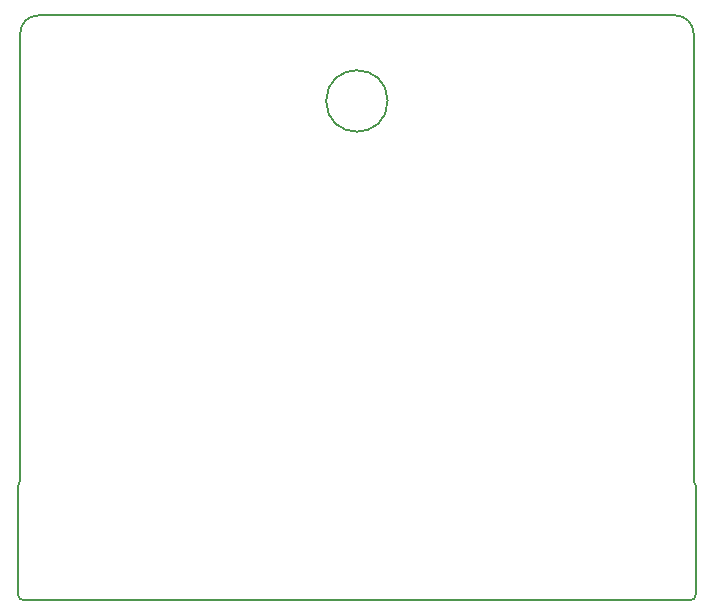
<source format=gm1>
G04 #@! TF.GenerationSoftware,KiCad,Pcbnew,(5.1.5-0-10_14)*
G04 #@! TF.CreationDate,2020-07-05T22:40:17-04:00*
G04 #@! TF.ProjectId,C64RAM,43363452-414d-42e6-9b69-6361645f7063,rev?*
G04 #@! TF.SameCoordinates,Original*
G04 #@! TF.FileFunction,Profile,NP*
%FSLAX46Y46*%
G04 Gerber Fmt 4.6, Leading zero omitted, Abs format (unit mm)*
G04 Created by KiCad (PCBNEW (5.1.5-0-10_14)) date 2020-07-05 22:40:17*
%MOMM*%
%LPD*%
G04 APERTURE LIST*
%ADD10C,0.150000*%
G04 APERTURE END LIST*
D10*
X103467137Y-87639098D02*
G75*
G03X103378000Y-87884000I291863J-244902D01*
G01*
X103479363Y-87620902D02*
G75*
G03X103568500Y-87376000I-291863J244902D01*
G01*
X103479363Y-87620902D02*
X103467137Y-87639098D01*
X160680637Y-87620902D02*
X160692863Y-87639098D01*
X134680000Y-55245000D02*
G75*
G03X134680000Y-55245000I-2600000J0D01*
G01*
X103568500Y-49530000D02*
X103568500Y-87376000D01*
X160591500Y-49530000D02*
X160591500Y-87376000D01*
X103378000Y-87884000D02*
X103378000Y-97028000D01*
X160692863Y-87639098D02*
G75*
G02X160782000Y-87884000I-291863J-244902D01*
G01*
X160680637Y-87620902D02*
G75*
G02X160591500Y-87376000I291863J244902D01*
G01*
X159067500Y-48006000D02*
G75*
G02X160591500Y-49530000I0J-1524000D01*
G01*
X160782000Y-87884000D02*
X160782000Y-97028000D01*
X103568500Y-49530000D02*
G75*
G02X105092500Y-48006000I1524000J0D01*
G01*
X160274000Y-97536000D02*
X103886000Y-97536000D01*
X103886000Y-97536000D02*
G75*
G02X103378000Y-97028000I0J508000D01*
G01*
X160782000Y-97028000D02*
G75*
G02X160274000Y-97536000I-508000J0D01*
G01*
X159067500Y-48006000D02*
X105092500Y-48006000D01*
M02*

</source>
